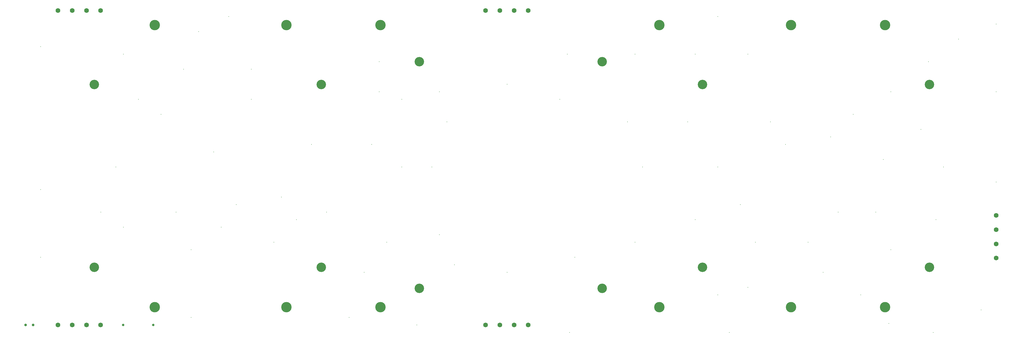
<source format=gbr>
%TF.GenerationSoftware,KiCad,Pcbnew,9.0.6*%
%TF.CreationDate,2025-11-29T14:18:15+08:00*%
%TF.ProjectId,Mount Winchester FL16,4d6f756e-7420-4576-996e-636865737465,1.1*%
%TF.SameCoordinates,Original*%
%TF.FileFunction,Plated,1,2,PTH,Drill*%
%TF.FilePolarity,Positive*%
%FSLAX46Y46*%
G04 Gerber Fmt 4.6, Leading zero omitted, Abs format (unit mm)*
G04 Created by KiCad (PCBNEW 9.0.6) date 2025-11-29 14:18:15*
%MOMM*%
%LPD*%
G01*
G04 APERTURE LIST*
%TA.AperFunction,ViaDrill*%
%ADD10C,0.300000*%
%TD*%
%TA.AperFunction,ComponentDrill*%
%ADD11C,0.800000*%
%TD*%
%TA.AperFunction,ComponentDrill*%
%ADD12C,0.900000*%
%TD*%
%TA.AperFunction,ComponentDrill*%
%ADD13C,1.600000*%
%TD*%
%TA.AperFunction,ComponentDrill*%
%ADD14C,3.200000*%
%TD*%
%TA.AperFunction,ComponentDrill*%
%ADD15C,3.500000*%
%TD*%
G04 APERTURE END LIST*
D10*
X58420000Y-58420000D03*
X58420000Y-106680000D03*
X58420000Y-129540000D03*
X78740000Y-114300000D03*
X83820000Y-99060000D03*
X86360000Y-60960000D03*
X86360000Y-119380000D03*
X91440000Y-76200000D03*
X99060000Y-81280000D03*
X104140000Y-114300000D03*
X106680000Y-66040000D03*
X109220000Y-127000000D03*
X109220000Y-149860000D03*
X111760000Y-53340000D03*
X116840000Y-93980000D03*
X119380000Y-119380000D03*
X121920000Y-48260000D03*
X124460000Y-111760000D03*
X129540000Y-66040000D03*
X129540000Y-76200000D03*
X137160000Y-124460000D03*
X139700000Y-109220000D03*
X144780000Y-116840000D03*
X149860000Y-91440000D03*
X154940000Y-114300000D03*
X162560000Y-149860000D03*
X167640000Y-134620000D03*
X170180000Y-91440000D03*
X172720000Y-63500000D03*
X172720000Y-73660000D03*
X175260000Y-124460000D03*
X180340000Y-76200000D03*
X180340000Y-99060000D03*
X185420000Y-152400000D03*
X190500000Y-99060000D03*
X193040000Y-73660000D03*
X193040000Y-121920000D03*
X195580000Y-83820000D03*
X198120000Y-132080000D03*
X215900000Y-71120000D03*
X215900000Y-134620000D03*
X233680000Y-76200000D03*
X236220000Y-60960000D03*
X236962500Y-154955700D03*
X238760000Y-129540000D03*
X256540000Y-83820000D03*
X259080000Y-60960000D03*
X259080000Y-124460000D03*
X261620000Y-99060000D03*
X276860000Y-83820000D03*
X279400000Y-60960000D03*
X279400000Y-116840000D03*
X287020000Y-48260000D03*
X287020000Y-99060000D03*
X287020000Y-142240000D03*
X290836500Y-154955700D03*
X294640000Y-111760000D03*
X297180000Y-60960000D03*
X297180000Y-139700000D03*
X299720000Y-124460000D03*
X304800000Y-83820000D03*
X309880000Y-91440000D03*
X317500000Y-124460000D03*
X322580000Y-134620000D03*
X325120000Y-88900000D03*
X327660000Y-114300000D03*
X332740000Y-81280000D03*
X335280000Y-142240000D03*
X340360000Y-114300000D03*
X342900000Y-96520000D03*
X344710500Y-151960200D03*
X345440000Y-73660000D03*
X345440000Y-127000000D03*
X355600000Y-86360000D03*
X358140000Y-63500000D03*
X359675500Y-154955700D03*
X360680000Y-116840000D03*
X363220000Y-99060000D03*
X368300000Y-55880000D03*
X375920000Y-147320000D03*
X381000000Y-50800000D03*
X381000000Y-73660000D03*
X381000000Y-104140000D03*
D11*
%TO.C,R1*%
X86280000Y-152400000D03*
X96440000Y-152400000D03*
D12*
%TO.C,D1*%
X53340000Y-152400000D03*
X55880000Y-152400000D03*
D13*
%TO.C,CN4*%
X64260000Y-46260000D03*
%TO.C,CN3*%
X64260000Y-152400000D03*
%TO.C,CN4*%
X69060000Y-46260000D03*
%TO.C,CN3*%
X69060000Y-152400000D03*
%TO.C,CN4*%
X73860000Y-46260000D03*
%TO.C,CN3*%
X73860000Y-152400000D03*
%TO.C,CN4*%
X78660000Y-46260000D03*
%TO.C,CN3*%
X78660000Y-152400000D03*
%TO.C,CN2*%
X208600000Y-46260000D03*
%TO.C,CN1*%
X208600000Y-152400000D03*
%TO.C,CN2*%
X213400000Y-46260000D03*
%TO.C,CN1*%
X213400000Y-152400000D03*
%TO.C,CN2*%
X218200000Y-46260000D03*
%TO.C,CN1*%
X218200000Y-152400000D03*
%TO.C,CN2*%
X223000000Y-46260000D03*
%TO.C,CN1*%
X223000000Y-152400000D03*
%TO.C,CN5*%
X381000000Y-115460000D03*
X381000000Y-120260000D03*
X381000000Y-125060000D03*
X381000000Y-129860000D03*
D14*
%TO.C,H16*%
X76510000Y-71260000D03*
%TO.C,H15*%
X76510000Y-132980000D03*
%TO.C,H14*%
X153110000Y-71260000D03*
%TO.C,H13*%
X153110000Y-132980000D03*
%TO.C,H18*%
X186200000Y-63500000D03*
%TO.C,H20*%
X186200000Y-140100000D03*
%TO.C,H17*%
X247920000Y-63500000D03*
%TO.C,H19*%
X247920000Y-140100000D03*
%TO.C,H24*%
X281860000Y-71260000D03*
%TO.C,H23*%
X281860000Y-132980000D03*
%TO.C,H22*%
X358460000Y-71260000D03*
%TO.C,H21*%
X358460000Y-132980000D03*
D15*
%TO.C,H11*%
X96872500Y-51200000D03*
%TO.C,H12*%
X96872500Y-146450000D03*
%TO.C,H9*%
X141322500Y-51200000D03*
%TO.C,H10*%
X141322500Y-146450000D03*
%TO.C,H7*%
X173072500Y-51200000D03*
%TO.C,H8*%
X173072500Y-146450000D03*
%TO.C,H5*%
X267260000Y-51200000D03*
%TO.C,H6*%
X267260000Y-146450000D03*
%TO.C,H3*%
X311710000Y-51200000D03*
%TO.C,H4*%
X311710000Y-146450000D03*
%TO.C,H1*%
X343460000Y-51200000D03*
%TO.C,H2*%
X343460000Y-146450000D03*
M02*

</source>
